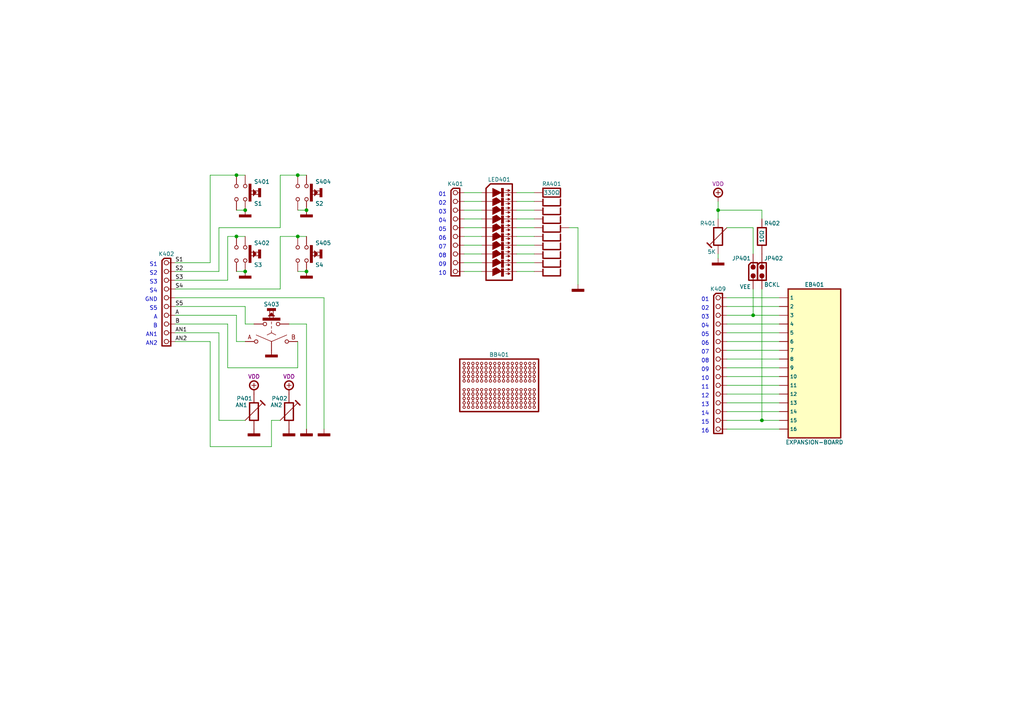
<source format=kicad_sch>
(kicad_sch (version 20230121) (generator eeschema)
  (paper "A4")
  (title_block (title "HID") (date "01/2022") (rev "A") (comment 1 "PIC16-Bit Trainer"))
  (lib_symbols
    (symbol "tronixio:BOURNS-4611X-330R" (pin_numbers hide) (pin_names (offset 0) hide)
      (property "Reference" "RA" (at 5.08 2.54 0))
      (property "Value" "330Ω" (at 5.08 0 0))
      (symbol "BOURNS-4611X-330R_1_1"
        (pin passive line (at 10.16 -10.16 180) (length 2.54) (name "~") (number "1"))
        (pin passive line (at 0 -20.32 0) (length 2.54) (name "~") (number "10"))
        (pin passive line (at 0 -22.86 0) (length 2.54) (name "~") (number "11"))
        (pin passive line (at 0 0 0) (length 2.54) (name "~") (number "2"))
        (pin passive line (at 0 -2.54 0) (length 2.54) (name "~") (number "3"))
        (pin passive line (at 0 -5.08 0) (length 2.54) (name "~") (number "4"))
        (pin passive line (at 0 -7.62 0) (length 2.54) (name "~") (number "5"))
        (pin passive line (at 0 -10.16 0) (length 2.54) (name "~") (number "6"))
        (pin passive line (at 0 -12.7 0) (length 2.54) (name "~") (number "7"))
        (pin passive line (at 0 -15.24 0) (length 2.54) (name "~") (number "8"))
        (pin passive line (at 0 -17.78 0) (length 2.54) (name "~") (number "9"))
      )
    )
    (symbol "tronixio:BOURNS-PEC12R-24-DENTS-SWITCH" (pin_numbers hide) (pin_names (offset 0) hide)
      (property "Reference" "S" (at 0 13.97 0))
      (property "Value" "BOURNS-PEC12R-24-DENTS-SWITCH" (at 0 11.43 0))
      (symbol "BOURNS-PEC12R-24-DENTS-SWITCH_0_0"
        (text "A" (at -6.35 1.27 0) (effects (font (size 1.15 1.15))))
        (text "B" (at 6.35 1.27 0) (effects (font (size 1.27 1.27))))
      )
      (symbol "BOURNS-PEC12R-24-DENTS-SWITCH_0_1"
        (pin passive line (at -7.62 0 0) (length 2.54) (name "A") (number "1"))
        (pin passive line (at 0 -2.54 90) (length 2.54) (name "C") (number "2"))
        (pin passive line (at 7.62 0 180) (length 2.54) (name "B") (number "3"))
      )
      (symbol "BOURNS-PEC12R-24-DENTS-SWITCH_1_1"
        (pin passive line (at -5.08 5.08 0) (length 2.54) (name "~") (number "4"))
        (pin passive line (at 5.08 5.08 180) (length 2.54) (name "~") (number "5"))
      )
    )
    (symbol "tronixio:BREADBOARD-170" (pin_numbers hide) (pin_names (offset 0) hide)
      (property "Reference" "BB" (at 0 8.89 0))
    )
    (symbol "tronixio:CK-KSA" (pin_numbers hide) (pin_names (offset 0) hide)
      (property "Reference" "S" (at 0 6.35 0))
      (property "Value" "SYMBOL-SW-PUSH-4" (at 0 -5.08 0))
      (symbol "CK-KSA_0_1"
        (pin passive line (at -5.08 0 0) (length 2.54) (name "1") (number "1"))
        (pin passive line (at -5.08 -2.54 0) (length 2.54) (name "2") (number "2"))
        (pin passive line (at 5.08 0 180) (length 2.54) (name "3") (number "3"))
        (pin passive line (at 5.08 -2.54 180) (length 2.54) (name "4") (number "4"))
      )
    )
    (symbol "tronixio:HARWIN-254-F-1X10-VERTICAL" (pin_numbers hide) (pin_names (offset 0) hide)
      (property "Reference" "K" (at 0 2.54 0))
      (property "Value" "SYMBOL-HEADER-F-1X10" (at 0 -25.4 0))
      (symbol "HARWIN-254-F-1X10-VERTICAL_1_1"
        (pin passive line (at -2.54 0 0) (length 1.905) (name "Pin_1") (number "1"))
        (pin passive line (at -2.54 -22.86 0) (length 1.905) (name "Pin_10") (number "10"))
        (pin passive line (at -2.54 -2.54 0) (length 1.905) (name "Pin_2") (number "2"))
        (pin passive line (at -2.54 -5.08 0) (length 1.905) (name "Pin_3") (number "3"))
        (pin passive line (at -2.54 -7.62 0) (length 1.905) (name "Pin_4") (number "4"))
        (pin passive line (at -2.54 -10.16 0) (length 1.905) (name "Pin_5") (number "5"))
        (pin passive line (at -2.54 -12.7 0) (length 1.905) (name "Pin_6") (number "6"))
        (pin passive line (at -2.54 -15.24 0) (length 1.905) (name "Pin_7") (number "7"))
        (pin passive line (at -2.54 -17.78 0) (length 1.905) (name "Pin_8") (number "8"))
        (pin passive line (at -2.54 -20.32 0) (length 1.905) (name "Pin_9") (number "9"))
      )
    )
    (symbol "tronixio:HARWIN-254-F-1X16-VERTICAL" (pin_numbers hide) (pin_names (offset 0) hide)
      (property "Reference" "K" (at 0 2.54 0))
      (property "Value" "SYMBOL-HEADER-F-1X16" (at 0 -40.64 0))
      (symbol "HARWIN-254-F-1X16-VERTICAL_1_1"
        (pin passive line (at -2.54 0 0) (length 1.905) (name "Pin_1") (number "1"))
        (pin passive line (at -2.54 -22.86 0) (length 1.905) (name "Pin_10") (number "10"))
        (pin passive line (at -2.54 -25.4 0) (length 1.905) (name "Pin_11") (number "11"))
        (pin passive line (at -2.54 -27.94 0) (length 1.905) (name "Pin_12") (number "12"))
        (pin passive line (at -2.54 -30.48 0) (length 1.905) (name "Pin_13") (number "13"))
        (pin passive line (at -2.54 -33.02 0) (length 1.905) (name "Pin_14") (number "14"))
        (pin passive line (at -2.54 -35.56 0) (length 1.905) (name "Pin_15") (number "15"))
        (pin passive line (at -2.54 -38.1 0) (length 1.905) (name "Pin_16") (number "16"))
        (pin passive line (at -2.54 -2.54 0) (length 1.905) (name "Pin_2") (number "2"))
        (pin passive line (at -2.54 -5.08 0) (length 1.905) (name "Pin_3") (number "3"))
        (pin passive line (at -2.54 -7.62 0) (length 1.905) (name "Pin_4") (number "4"))
        (pin passive line (at -2.54 -10.16 0) (length 1.905) (name "Pin_5") (number "5"))
        (pin passive line (at -2.54 -12.7 0) (length 1.905) (name "Pin_6") (number "6"))
        (pin passive line (at -2.54 -15.24 0) (length 1.905) (name "Pin_7") (number "7"))
        (pin passive line (at -2.54 -17.78 0) (length 1.905) (name "Pin_8") (number "8"))
        (pin passive line (at -2.54 -20.32 0) (length 1.905) (name "Pin_9") (number "9"))
      )
    )
    (symbol "tronixio:HARWIN-254-M-1X02-JUMPER-VERTICAL" (pin_numbers hide) (pin_names (offset 0) hide)
      (property "Reference" "JP" (at 2.54 1.27 0))
      (property "Value" "SYMBOL-HEADER-M-1X02" (at 2.54 -1.27 0))
      (symbol "HARWIN-254-M-1X02-JUMPER-VERTICAL_1_1"
        (pin passive line (at 0 5.08 270) (length 3.175) (name "~") (number "1"))
        (pin passive line (at 0 -5.08 90) (length 3.175) (name "~") (number "2"))
      )
    )
    (symbol "tronixio:KINGBRIGHT-DC10EWA" (pin_numbers hide) (pin_names (offset 0) hide)
      (property "Reference" "LED" (at 0 3.81 0))
      (property "Value" "DC10EWA" (at 0 -26.67 0))
      (symbol "KINGBRIGHT-DC10EWA_1_1"
        (pin passive line (at -5.08 0 0) (length 3.81) (name "A1") (number "1"))
        (pin passive line (at -5.08 -22.86 0) (length 3.81) (name "A10") (number "10"))
        (pin passive line (at 5.08 -22.86 180) (length 3.81) (name "C10") (number "11"))
        (pin passive line (at 5.08 -20.32 180) (length 3.81) (name "C9") (number "12"))
        (pin passive line (at 5.08 -17.78 180) (length 3.81) (name "C8") (number "13"))
        (pin passive line (at 5.08 -15.24 180) (length 3.81) (name "C7") (number "14"))
        (pin passive line (at 5.08 -12.7 180) (length 3.81) (name "C6") (number "15"))
        (pin passive line (at 5.08 -10.16 180) (length 3.81) (name "C5") (number "16"))
        (pin passive line (at 5.08 -7.62 180) (length 3.81) (name "C4") (number "17"))
        (pin passive line (at 5.08 -5.08 180) (length 3.81) (name "C3") (number "18"))
        (pin passive line (at 5.08 -2.54 180) (length 3.81) (name "C2") (number "19"))
        (pin passive line (at -5.08 -2.54 0) (length 3.81) (name "A2") (number "2"))
        (pin passive line (at 5.08 0 180) (length 3.81) (name "C1") (number "20"))
        (pin passive line (at -5.08 -5.08 0) (length 3.81) (name "A3") (number "3"))
        (pin passive line (at -5.08 -7.62 0) (length 3.81) (name "A4") (number "4"))
        (pin passive line (at -5.08 -10.16 0) (length 3.81) (name "A5") (number "5"))
        (pin passive line (at -5.08 -12.7 0) (length 3.81) (name "A6") (number "6"))
        (pin passive line (at -5.08 -15.24 0) (length 3.81) (name "A7") (number "7"))
        (pin passive line (at -5.08 -17.78 0) (length 3.81) (name "A8") (number "8"))
        (pin passive line (at -5.08 -20.32 0) (length 3.81) (name "A9") (number "9"))
      )
    )
    (symbol "tronixio:PIHER-PT10LV-5K" (pin_numbers hide) (pin_names (offset 0) hide)
      (property "Reference" "P" (at 2.54 2.54 0))
      (property "Value" "5k" (at 2.54 0 0))
      (symbol "PIHER-PT10LV-5K_1_1"
        (pin passive line (at 0 -5.08 90) (length 2.54) (name "~") (number "1"))
        (pin passive line (at 2.54 -2.54 180) (length 0) (name "~") (number "2"))
        (pin passive line (at 0 5.08 270) (length 2.54) (name "~") (number "3"))
      )
    )
    (symbol "tronixio:PIHER-PT10MV-10K" (pin_numbers hide) (pin_names (offset 0) hide)
      (property "Reference" "P" (at 2.54 2.54 0))
      (property "Value" "10k" (at 2.54 0 0))
      (symbol "PIHER-PT10MV-10K_1_1"
        (pin passive line (at 0 -5.08 90) (length 2.54) (name "~") (number "1"))
        (pin passive line (at 2.54 -2.54 180) (length 0) (name "~") (number "2"))
        (pin passive line (at 0 5.08 270) (length 2.54) (name "~") (number "3"))
      )
    )
    (symbol "tronixio:POWER-+VDD" (power) (pin_numbers hide) (pin_names (offset 0) hide)
      (property "Name" "VDD" (at 0 5.08 0))
      (symbol "POWER-+VDD_1_1"
        (pin power_in line (at 0 0 90) (length 1.27) (name "+VDD") (number "1"))
      )
    )
    (symbol "tronixio:POWER-GND" (power) (pin_numbers hide) (pin_names (offset 0) hide)
      (symbol "POWER-GND_1_1"
        (pin power_in line (at 0 0 270) (length 1.27) (name "GND") (number "1"))
      )
    )
    (symbol "tronixio:RESISTOR-1016TH-10R-5P" (pin_numbers hide) (pin_names (offset 0) hide)
      (property "Reference" "R" (at 0.635 3.81 0))
      (property "Value" "10Ω" (at 0 0 90))
      (symbol "RESISTOR-1016TH-10R-5P_1_1"
        (pin passive line (at 0 5.08 270) (length 2.54) (name "~") (number "1"))
        (pin passive line (at 0 -5.08 90) (length 2.54) (name "~") (number "2"))
      )
    )
    (symbol "tronixio:TRONIXIO-EXPANSION-BOARD" (pin_numbers hide) (pin_names (offset 0.5))
      (property "Reference" "EB" (at 10.16 3.81 0))
      (property "Value" "TRONIXIO-EXPANSION-BOARD" (at 10.16 -41.91 0))
      (symbol "TRONIXIO-EXPANSION-BOARD_1_1"
        (pin passive line (at 0 0 0) (length 2.54) (name "1") (number "1"))
        (pin passive line (at 0 -22.86 0) (length 2.54) (name "10") (number "10"))
        (pin passive line (at 0 -25.4 0) (length 2.54) (name "11") (number "11"))
        (pin passive line (at 0 -27.94 0) (length 2.54) (name "12") (number "12"))
        (pin passive line (at 0 -30.48 0) (length 2.54) (name "13") (number "13"))
        (pin passive line (at 0 -33.02 0) (length 2.54) (name "14") (number "14"))
        (pin passive line (at 0 -35.56 0) (length 2.54) (name "15") (number "15"))
        (pin passive line (at 0 -38.1 0) (length 2.54) (name "16") (number "16"))
        (pin passive line (at 0 -2.54 0) (length 2.54) (name "2") (number "2"))
        (pin passive line (at 0 -5.08 0) (length 2.54) (name "3") (number "3"))
        (pin passive line (at 0 -7.62 0) (length 2.54) (name "4") (number "4"))
        (pin passive line (at 0 -10.16 0) (length 2.54) (name "5") (number "5"))
        (pin passive line (at 0 -12.7 0) (length 2.54) (name "6") (number "6"))
        (pin passive line (at 0 -15.24 0) (length 2.54) (name "7") (number "7"))
        (pin passive line (at 0 -17.78 0) (length 2.54) (name "8") (number "8"))
        (pin passive line (at 0 -20.32 0) (length 2.54) (name "9") (number "9"))
      )
    )
  )
  (junction (at 88.9 78.74))
  (junction (at 220.98 121.92))
  (junction (at 218.44 91.44))
  (junction (at 71.12 60.96))
  (junction (at 88.9 60.96))
  (junction (at 208.28 60.96))
  (junction (at 68.58 68.58))
  (junction (at 86.36 68.58))
  (junction (at 71.12 78.74))
  (junction (at 68.58 50.8))
  (junction (at 86.36 50.8))
  (wire (pts (xy 134.62 60.96) (xy 139.7 60.96)))
  (wire (pts (xy 81.28 50.8) (xy 86.36 50.8)))
  (wire (pts (xy 210.82 86.36) (xy 226.06 86.36)))
  (wire (pts (xy 210.82 88.9) (xy 226.06 88.9)))
  (wire (pts (xy 210.82 124.46) (xy 226.06 124.46)))
  (wire (pts (xy 210.82 91.44) (xy 218.44 91.44)))
  (wire (pts (xy 81.28 83.82) (xy 81.28 68.58)))
  (wire (pts (xy 220.98 83.82) (xy 220.98 121.92)))
  (wire (pts (xy 134.62 71.12) (xy 139.7 71.12)))
  (wire (pts (xy 210.82 119.38) (xy 226.06 119.38)))
  (wire (pts (xy 149.86 76.2) (xy 154.94 76.2)))
  (wire (pts (xy 210.82 106.68) (xy 226.06 106.68)))
  (wire (pts (xy 167.64 66.04) (xy 165.1 66.04)))
  (wire (pts (xy 86.36 78.74) (xy 88.9 78.74)))
  (wire (pts (xy 86.36 106.68) (xy 86.36 99.06)))
  (wire (pts (xy 63.5 66.04) (xy 81.28 66.04)))
  (wire (pts (xy 93.98 86.36) (xy 93.98 124.46)))
  (wire (pts (xy 68.58 50.8) (xy 71.12 50.8)))
  (wire (pts (xy 210.82 109.22) (xy 226.06 109.22)))
  (wire (pts (xy 220.98 63.5) (xy 220.98 60.96)))
  (wire (pts (xy 134.62 68.58) (xy 139.7 68.58)))
  (wire (pts (xy 50.8 78.74) (xy 63.5 78.74)))
  (wire (pts (xy 50.8 83.82) (xy 81.28 83.82)))
  (wire (pts (xy 149.86 55.88) (xy 154.94 55.88)))
  (wire (pts (xy 50.8 88.9) (xy 71.12 88.9)))
  (wire (pts (xy 78.74 129.54) (xy 60.96 129.54)))
  (wire (pts (xy 60.96 50.8) (xy 68.58 50.8)))
  (wire (pts (xy 134.62 55.88) (xy 139.7 55.88)))
  (wire (pts (xy 210.82 116.84) (xy 226.06 116.84)))
  (wire (pts (xy 50.8 86.36) (xy 93.98 86.36)))
  (wire (pts (xy 81.28 68.58) (xy 86.36 68.58)))
  (wire (pts (xy 134.62 78.74) (xy 139.7 78.74)))
  (wire (pts (xy 68.58 91.44) (xy 68.58 99.06)))
  (wire (pts (xy 210.82 93.98) (xy 226.06 93.98)))
  (wire (pts (xy 134.62 66.04) (xy 139.7 66.04)))
  (wire (pts (xy 81.28 66.04) (xy 81.28 50.8)))
  (wire (pts (xy 218.44 66.04) (xy 218.44 73.66)))
  (wire (pts (xy 71.12 88.9) (xy 71.12 93.98)))
  (wire (pts (xy 134.62 76.2) (xy 139.7 76.2)))
  (wire (pts (xy 86.36 50.8) (xy 88.9 50.8)))
  (wire (pts (xy 50.8 76.2) (xy 60.96 76.2)))
  (wire (pts (xy 218.44 83.82) (xy 218.44 91.44)))
  (wire (pts (xy 210.82 101.6) (xy 226.06 101.6)))
  (wire (pts (xy 86.36 60.96) (xy 88.9 60.96)))
  (wire (pts (xy 60.96 76.2) (xy 60.96 50.8)))
  (wire (pts (xy 208.28 60.96) (xy 208.28 63.5)))
  (wire (pts (xy 208.28 73.66) (xy 208.28 74.93)))
  (wire (pts (xy 66.04 68.58) (xy 66.04 81.28)))
  (wire (pts (xy 149.86 73.66) (xy 154.94 73.66)))
  (wire (pts (xy 134.62 63.5) (xy 139.7 63.5)))
  (wire (pts (xy 210.82 111.76) (xy 226.06 111.76)))
  (wire (pts (xy 149.86 78.74) (xy 154.94 78.74)))
  (wire (pts (xy 210.82 66.04) (xy 218.44 66.04)))
  (wire (pts (xy 50.8 96.52) (xy 63.5 96.52)))
  (wire (pts (xy 50.8 93.98) (xy 66.04 93.98)))
  (wire (pts (xy 63.5 121.92) (xy 63.5 96.52)))
  (wire (pts (xy 50.8 91.44) (xy 68.58 91.44)))
  (wire (pts (xy 149.86 60.96) (xy 154.94 60.96)))
  (wire (pts (xy 208.28 60.96) (xy 220.98 60.96)))
  (wire (pts (xy 208.28 58.42) (xy 208.28 60.96)))
  (wire (pts (xy 83.82 93.98) (xy 88.9 93.98)))
  (wire (pts (xy 68.58 99.06) (xy 71.12 99.06)))
  (wire (pts (xy 88.9 93.98) (xy 88.9 124.46)))
  (wire (pts (xy 149.86 58.42) (xy 154.94 58.42)))
  (wire (pts (xy 68.58 68.58) (xy 71.12 68.58)))
  (wire (pts (xy 60.96 129.54) (xy 60.96 99.06)))
  (wire (pts (xy 50.8 81.28) (xy 66.04 81.28)))
  (wire (pts (xy 50.8 99.06) (xy 60.96 99.06)))
  (wire (pts (xy 86.36 68.58) (xy 88.9 68.58)))
  (wire (pts (xy 71.12 93.98) (xy 73.66 93.98)))
  (wire (pts (xy 134.62 58.42) (xy 139.7 58.42)))
  (wire (pts (xy 66.04 106.68) (xy 86.36 106.68)))
  (wire (pts (xy 210.82 104.14) (xy 226.06 104.14)))
  (wire (pts (xy 167.64 82.55) (xy 167.64 66.04)))
  (wire (pts (xy 63.5 78.74) (xy 63.5 66.04)))
  (wire (pts (xy 68.58 78.74) (xy 71.12 78.74)))
  (wire (pts (xy 68.58 60.96) (xy 71.12 60.96)))
  (wire (pts (xy 66.04 68.58) (xy 68.58 68.58)))
  (wire (pts (xy 149.86 63.5) (xy 154.94 63.5)))
  (wire (pts (xy 134.62 73.66) (xy 139.7 73.66)))
  (wire (pts (xy 149.86 66.04) (xy 154.94 66.04)))
  (wire (pts (xy 81.28 121.92) (xy 78.74 121.92)))
  (wire (pts (xy 210.82 114.3) (xy 226.06 114.3)))
  (wire (pts (xy 149.86 71.12) (xy 154.94 71.12)))
  (wire (pts (xy 210.82 99.06) (xy 226.06 99.06)))
  (wire (pts (xy 220.98 121.92) (xy 226.06 121.92)))
  (wire (pts (xy 71.12 121.92) (xy 63.5 121.92)))
  (wire (pts (xy 210.82 96.52) (xy 226.06 96.52)))
  (wire (pts (xy 66.04 93.98) (xy 66.04 106.68)))
  (wire (pts (xy 78.74 121.92) (xy 78.74 129.54)))
  (wire (pts (xy 218.44 91.44) (xy 226.06 91.44)))
  (wire (pts (xy 210.82 121.92) (xy 220.98 121.92)))
  (wire (pts (xy 149.86 68.58) (xy 154.94 68.58)))
  (text "04" (at 129.54 64.77 0) (effects (font (size 1.15 1.15)) (justify right bottom)))
  (text "05" (at 205.74 97.79 0) (effects (font (size 1.15 1.15)) (justify right bottom)))
  (text "S2" (at 45.72 80.01 0) (effects (font (size 1.15 1.15)) (justify right bottom)))
  (text "04" (at 205.74 95.25 0) (effects (font (size 1.15 1.15)) (justify right bottom)))
  (text "AN2" (at 45.72 100.33 0) (effects (font (size 1.15 1.15)) (justify right bottom)))
  (text "08" (at 205.74 105.41 0) (effects (font (size 1.15 1.15)) (justify right bottom)))
  (text "08" (at 129.54 74.93 0) (effects (font (size 1.15 1.15)) (justify right bottom)))
  (text "S3" (at 45.72 82.55 0) (effects (font (size 1.15 1.15)) (justify right bottom)))
  (text "S5" (at 45.72 90.17 0) (effects (font (size 1.15 1.15)) (justify right bottom)))
  (text "S1" (at 45.72 77.47 0) (effects (font (size 1.15 1.15)) (justify right bottom)))
  (text "S4" (at 45.72 85.09 0) (effects (font (size 1.15 1.15)) (justify right bottom)))
  (text "01" (at 205.74 87.63 0) (effects (font (size 1.15 1.15)) (justify right bottom)))
  (text "16" (at 205.74 125.73 0) (effects (font (size 1.15 1.15)) (justify right bottom)))
  (text "06" (at 205.74 100.33 0) (effects (font (size 1.15 1.15)) (justify right bottom)))
  (text "A" (at 45.72 92.71 0) (effects (font (size 1.15 1.15)) (justify right bottom)))
  (text "11" (at 205.74 113.03 0) (effects (font (size 1.15 1.15)) (justify right bottom)))
  (text "03" (at 205.74 92.71 0) (effects (font (size 1.15 1.15)) (justify right bottom)))
  (text "05" (at 129.54 67.31 0) (effects (font (size 1.15 1.15)) (justify right bottom)))
  (text "12" (at 205.74 115.57 0) (effects (font (size 1.15 1.15)) (justify right bottom)))
  (text "01" (at 129.54 57.15 0) (effects (font (size 1.15 1.15)) (justify right bottom)))
  (text "07" (at 205.74 102.87 0) (effects (font (size 1.15 1.15)) (justify right bottom)))
  (text "02" (at 129.54 59.69 0) (effects (font (size 1.15 1.15)) (justify right bottom)))
  (text "GND" (at 45.72 87.63 0) (effects (font (size 1.15 1.15)) (justify right bottom)))
  (text "14" (at 205.74 120.65 0) (effects (font (size 1.15 1.15)) (justify right bottom)))
  (text "03" (at 129.54 62.23 0) (effects (font (size 1.15 1.15)) (justify right bottom)))
  (text "02" (at 205.74 90.17 0) (effects (font (size 1.15 1.15)) (justify right bottom)))
  (text "09" (at 205.74 107.95 0) (effects (font (size 1.15 1.15)) (justify right bottom)))
  (text "10" (at 205.74 110.49 0) (effects (font (size 1.15 1.15)) (justify right bottom)))
  (text "AN1" (at 45.72 97.79 0) (effects (font (size 1.15 1.15)) (justify right bottom)))
  (text "13" (at 205.74 118.11 0) (effects (font (size 1.15 1.15)) (justify right bottom)))
  (text "15" (at 205.74 123.19 0) (effects (font (size 1.15 1.15)) (justify right bottom)))
  (text "07" (at 129.54 72.39 0) (effects (font (size 1.15 1.15)) (justify right bottom)))
  (text "10" (at 129.54 80.01 0) (effects (font (size 1.15 1.15)) (justify right bottom)))
  (text "B" (at 45.72 95.25 0) (effects (font (size 1.15 1.15)) (justify right bottom)))
  (text "06" (at 129.54 69.85 0) (effects (font (size 1.15 1.15)) (justify right bottom)))
  (text "09" (at 129.54 77.47 0) (effects (font (size 1.15 1.15)) (justify right bottom)))
  (label "AN1" (at 50.8 96.52 0) (effects (font (size 1.15 1.15))))
  (label "AN2" (at 50.8 99.06 0) (effects (font (size 1.15 1.15))))
  (label "S3" (at 50.8 81.28 0) (effects (font (size 1.15 1.15))))
  (label "A" (at 50.8 91.44 0) (effects (font (size 1.15 1.15))))
  (label "S2" (at 50.8 78.74 0) (effects (font (size 1.15 1.15))))
  (label "B" (at 50.8 93.98 0) (effects (font (size 1.15 1.15))))
  (label "S5" (at 50.8 88.9 0) (effects (font (size 1.15 1.15))))
  (label "S1" (at 50.8 76.2 0) (effects (font (size 1.15 1.15))))
  (label "S4" (at 50.8 83.82 0) (effects (font (size 1.15 1.15))))
  (symbol (lib_id "tronixio:POWER-GND") (at 71.12 60.96 0) (unit 1)
    (property "Reference" "#PWR0165" (effects hide))
    (property "Value" "POWER-GND" (effects hide))
  )
  (symbol (lib_id "tronixio:KINGBRIGHT-DC10EWA") (at 144.78 55.88 0) (unit 1)
    (property "Reference" "LED401" (at 144.78 52.07 0) (effects (font (size 1.15 1.15))))
    (property "Value" "KINGBRIGHT-DC10EWA" (effects hide))
    (property "Footprint" "tronixio:KINGBRIGHT-DC" (effects hide))
    (property "Datasheet" "http://www.kingbrightusa.com/images/catalog/SPEC/DC10EWA.pdf" (effects hide))
    (property "Mouser" "604-DC-10EWA" (effects hide))
  )
  (symbol (lib_id "tronixio:CK-KSA") (at 88.9 73.66 270) (unit 1)
    (property "Reference" "S405" (at 91.44 70.485 90) (effects (font (size 1.15 1.15)) (justify left)))
    (property "Value" "S4" (at 91.44 76.835 90) (effects (font (size 1.15 1.15)) (justify left)))
    (property "Footprint" "tronixio:CK-KSA-TH" (effects hide))
    (property "Datasheet" "http://www.ckswitches.com/products/switches/product-details/Tactile/KSA/" (effects hide))
    (property "Mouser" "611-KSA0M911LFT" (effects hide))
  )
  (symbol (lib_id "tronixio:CK-KSA") (at 71.12 55.88 270) (unit 1)
    (property "Reference" "S401" (at 73.66 52.705 90) (effects (font (size 1.15 1.15)) (justify left)))
    (property "Value" "S1" (at 73.66 59.055 90) (effects (font (size 1.15 1.15)) (justify left)))
    (property "Footprint" "tronixio:CK-KSA-TH" (effects hide))
    (property "Datasheet" "http://www.ckswitches.com/products/switches/product-details/Tactile/KSA/" (effects hide))
    (property "Mouser" "611-KSA0M911LFT" (effects hide))
  )
  (symbol (lib_id "tronixio:CK-KSA") (at 71.12 73.66 270) (unit 1)
    (property "Reference" "S402" (at 73.66 70.485 90) (effects (font (size 1.15 1.15)) (justify left)))
    (property "Value" "S3" (at 73.66 76.835 90) (effects (font (size 1.15 1.15)) (justify left)))
    (property "Footprint" "tronixio:CK-KSA-TH" (effects hide))
    (property "Datasheet" "http://www.ckswitches.com/products/switches/product-details/Tactile/KSA/" (effects hide))
    (property "Mouser" "611-KSA0M911LFT" (effects hide))
  )
  (symbol (lib_id "tronixio:PIHER-PT10LV-5K") (at 208.28 68.58 0) (mirror x) (unit 1)
    (property "Reference" "R401" (at 207.645 64.77 0) (effects (font (size 1.15 1.15)) (justify right)))
    (property "Value" "5K" (at 207.645 73.025 0) (effects (font (size 1.15 1.15)) (justify right)))
    (property "Footprint" "tronixio:PIHER-PT10MV" (effects hide))
    (property "Datasheet" "https://www.piher.net/pdf/12-PT10v03.pdf" (effects hide))
    (property "Mouser" "531-PT10LV-5K" (effects hide))
    (property "Tolerance" "20%" (effects hide))
  )
  (symbol (lib_id "tronixio:POWER-GND") (at 83.82 124.46 0) (unit 1)
    (property "Reference" "#PWR0170" (effects hide))
    (property "Value" "POWER-GND" (effects hide))
  )
  (symbol (lib_id "tronixio:POWER-GND") (at 71.12 78.74 0) (unit 1)
    (property "Reference" "#PWR0177" (effects hide))
    (property "Value" "POWER-GND" (effects hide))
  )
  (symbol (lib_id "tronixio:HARWIN-254-F-1X10-VERTICAL") (at 48.26 76.2 0) (mirror y) (unit 1)
    (property "Reference" "K402" (at 48.26 73.66 0) (effects (font (size 1.15 1.15))))
    (property "Value" "HARWIN-254-F-1X10-VERTICAL" (effects hide))
    (property "Footprint" "tronixio:HARWIN-M20-782104x" (effects hide))
    (property "Datasheet" "https://www.harwin.com/products/M20-7821406/" (effects hide))
    (property "Mouser" "855-M20-782104" (effects hide))
  )
  (symbol (lib_id "tronixio:POWER-GND") (at 88.9 78.74 0) (unit 1)
    (property "Reference" "#PWR0167" (effects hide))
    (property "Value" "POWER-GND" (effects hide))
  )
  (symbol (lib_id "tronixio:HARWIN-254-M-1X02-JUMPER-VERTICAL") (at 220.98 78.74 0) (mirror y) (unit 1)
    (property "Reference" "JP402" (at 221.615 74.93 0) (effects (font (size 1.15 1.15)) (justify right)))
    (property "Value" "BCKL" (at 221.615 82.55 0) (effects (font (size 1.15 1.15)) (justify right)))
    (property "Footprint" "tronixio:HARWIN-M20-999024x" (effects hide))
    (property "Datasheet" "https://www.harwin.com/products/M20-9990246/" (effects hide))
    (property "Mouser" "855-M20-999024" (effects hide))
  )
  (symbol (lib_id "tronixio:PIHER-PT10MV-10K") (at 83.82 119.38 0) (mirror y) (unit 1)
    (property "Reference" "P402" (at 78.74 115.57 0) (effects (font (size 1.15 1.15)) (justify right)))
    (property "Value" "AN2" (at 81.915 117.475 0) (effects (font (size 1.15 1.15)) (justify left)))
    (property "Footprint" "tronixio:PIHER-PT10MV" (effects hide))
    (property "Datasheet" "https://www.piher.net/pdf/12-PT10v03.pdf" (effects hide))
    (property "Mouser" "531-PT10MV-10K" (effects hide))
    (property "Tolerance" "20%" (effects hide))
  )
  (symbol (lib_id "tronixio:POWER-+VDD") (at 208.28 58.42 0) (unit 1)
    (property "Reference" "#PWR0176" (effects hide))
    (property "Value" "POWER-VDD" (effects hide))
    (property "Name" "VDD" (at 208.28 53.34 0) (effects (font (size 1.15 1.15))))
  )
  (symbol (lib_id "tronixio:BOURNS-PEC12R-24-DENTS-SWITCH") (at 78.74 99.06 0) (unit 1)
    (property "Reference" "S403" (at 78.74 88.265 0) (effects (font (size 1.15 1.15))))
    (property "Value" "BOURNS-PEC12R-24DENTS" (effects hide))
    (property "Footprint" "tronixio:BOURNS-PEC12R-SWITCH" (effects hide))
    (property "Datasheet" "http://www.bourns.com/products/encoders/contacting-encoders/product/PEC12R" (effects hide))
    (property "Mouser" "652-PEC12R-4215F-S24" (effects hide))
  )
  (symbol (lib_id "tronixio:BOURNS-4611X-330R") (at 154.94 55.88 0) (unit 1)
    (property "Reference" "RA401" (at 160.02 53.34 0) (effects (font (size 1.15 1.15))))
    (property "Value" "330Ω" (at 160.02 55.88 0) (effects (font (size 1.15 1.15))))
    (property "Footprint" "tronixio:BOURNS-4611X" (effects hide))
    (property "Datasheet" "https://www.bourns.com/docs/Product-Datasheets/4600x.pdf?sfvrsn=92b2512c_0" (effects hide))
    (property "Mouser" "652-4611X-1LF-330" (effects hide))
    (property "Tolerance" "2%" (effects hide))
  )
  (symbol (lib_id "tronixio:HARWIN-254-M-1X02-JUMPER-VERTICAL") (at 218.44 78.74 0) (mirror y) (unit 1)
    (property "Reference" "JP401" (at 217.805 74.93 0) (effects (font (size 1.15 1.15)) (justify left)))
    (property "Value" "VEE" (at 217.805 83.185 0) (effects (font (size 1.15 1.15)) (justify left)))
    (property "Footprint" "tronixio:HARWIN-M20-999024x" (effects hide))
    (property "Datasheet" "https://www.harwin.com/products/M20-9990246/" (effects hide))
    (property "Mouser" "855-M20-999024" (effects hide))
  )
  (symbol (lib_id "tronixio:POWER-+VDD") (at 73.66 114.3 0) (unit 1)
    (property "Reference" "#PWR0173" (effects hide))
    (property "Value" "POWER-VDD" (effects hide))
    (property "Name" "VDD" (at 73.66 109.22 0) (effects (font (size 1.15 1.15))))
  )
  (symbol (lib_id "tronixio:POWER-GND") (at 208.28 74.93 0) (unit 1)
    (property "Reference" "#PWR0178" (effects hide))
    (property "Value" "POWER-GND" (effects hide))
  )
  (symbol (lib_id "tronixio:CK-KSA") (at 88.9 55.88 270) (unit 1)
    (property "Reference" "S404" (at 91.44 52.705 90) (effects (font (size 1.15 1.15)) (justify left)))
    (property "Value" "S2" (at 91.44 59.055 90) (effects (font (size 1.15 1.15)) (justify left)))
    (property "Footprint" "tronixio:CK-KSA-TH" (effects hide))
    (property "Datasheet" "http://www.ckswitches.com/products/switches/product-details/Tactile/KSA/" (effects hide))
    (property "Mouser" "611-KSA0M911LFT" (effects hide))
  )
  (symbol (lib_id "tronixio:POWER-GND") (at 88.9 124.46 0) (unit 1)
    (property "Reference" "#PWR0169" (effects hide))
    (property "Value" "POWER-GND" (effects hide))
  )
  (symbol (lib_id "tronixio:POWER-GND") (at 88.9 60.96 0) (unit 1)
    (property "Reference" "#PWR0166" (effects hide))
    (property "Value" "POWER-GND" (effects hide))
  )
  (symbol (lib_id "tronixio:RESISTOR-1016TH-10R-5P") (at 220.98 68.58 0) (unit 1)
    (property "Reference" "R402" (at 221.615 64.77 0) (effects (font (size 1.15 1.15)) (justify left)))
    (property "Value" "10Ω" (at 220.98 68.58 90) (effects (font (size 1.15 1.15))))
    (property "Footprint" "tronixio:RESISTOR-TH-1016" (effects hide))
    (property "Datasheet" "https://www.vishay.com/docs/28722/sfr16s25.pdf" (effects hide))
    (property "Tolerance" "5%" (effects hide))
    (property "Mouser" "594-5043EM10R00J" (effects hide))
  )
  (symbol (lib_id "tronixio:TRONIXIO-EXPANSION-BOARD") (at 226.06 86.36 0) (unit 1)
    (property "Reference" "EB401" (at 236.22 82.55 0) (effects (font (size 1.15 1.15))))
    (property "Value" "EXPANSION-BOARD" (at 236.22 128.27 0) (effects (font (size 1.15 1.15))))
    (property "Footprint" "tronixio:TRONIXIO-EXPANSION-BOARD" (effects hide))
    (property "Mouser" "200-CES11601TS" (effects hide))
  )
  (symbol (lib_id "tronixio:BREADBOARD-170") (at 144.78 111.76 0) (unit 1)
    (property "Reference" "BB401" (at 144.78 102.87 0) (effects (font (size 1.15 1.15))))
    (property "Value" "BREADBOARD-170" (effects hide))
    (property "Footprint" "tronixio:BREADBOARD-170" (effects hide))
    (property "Datasheet" "http://www.busboard.com/BB170" (effects hide))
    (property "Mouser" "854-BB170" (effects hide))
  )
  (symbol (lib_id "tronixio:POWER-GND") (at 93.98 124.46 0) (unit 1)
    (property "Reference" "#PWR0171" (effects hide))
    (property "Value" "POWER-GND" (effects hide))
  )
  (symbol (lib_id "tronixio:HARWIN-254-F-1X10-VERTICAL") (at 132.08 55.88 0) (mirror y) (unit 1)
    (property "Reference" "K401" (at 132.08 53.34 0) (effects (font (size 1.15 1.15))))
    (property "Value" "HARWIN-254-F-1X10-VERTICAL" (effects hide))
    (property "Footprint" "tronixio:HARWIN-M20-782104x" (effects hide))
    (property "Datasheet" "https://www.harwin.com/products/M20-7821406/" (effects hide))
    (property "Mouser" "855-M20-782104" (effects hide))
  )
  (symbol (lib_id "tronixio:POWER-GND") (at 73.66 124.46 0) (unit 1)
    (property "Reference" "#PWR0172" (effects hide))
    (property "Value" "POWER-GND" (effects hide))
  )
  (symbol (lib_id "tronixio:POWER-+VDD") (at 83.82 114.3 0) (unit 1)
    (property "Reference" "#PWR0168" (effects hide))
    (property "Value" "POWER-VDD" (effects hide))
    (property "Name" "VDD" (at 83.82 109.22 0) (effects (font (size 1.15 1.15))))
  )
  (symbol (lib_id "tronixio:POWER-GND") (at 167.64 82.55 0) (unit 1)
    (property "Reference" "#PWR0175" (effects hide))
    (property "Value" "POWER-GND" (effects hide))
  )
  (symbol (lib_id "tronixio:PIHER-PT10MV-10K") (at 73.66 119.38 0) (mirror y) (unit 1)
    (property "Reference" "P401" (at 68.58 115.57 0) (effects (font (size 1.15 1.15)) (justify right)))
    (property "Value" "AN1" (at 71.755 117.475 0) (effects (font (size 1.15 1.15)) (justify left)))
    (property "Footprint" "tronixio:PIHER-PT10MV" (effects hide))
    (property "Datasheet" "https://www.piher.net/pdf/12-PT10v03.pdf" (effects hide))
    (property "Mouser" "531-PT10MV-10K" (effects hide))
    (property "Tolerance" "20%" (effects hide))
  )
  (symbol (lib_id "tronixio:HARWIN-254-F-1X16-VERTICAL") (at 208.28 86.36 0) (mirror y) (unit 1)
    (property "Reference" "K409" (at 208.28 83.82 0) (effects (font (size 1.15 1.15))))
    (property "Value" "HARWIN-254-F-1X16-VERTICAL" (effects hide))
    (property "Footprint" "tronixio:HARWIN-M20-782164x" (effects hide))
    (property "Datasheet" "https://www.harwin.com/products/M20-7821646/" (effects hide))
    (property "Mouser" "855-M20-782164" (effects hide))
  )
  (symbol (lib_id "tronixio:POWER-GND") (at 78.74 101.6 0) (unit 1)
    (property "Reference" "#PWR0174" (effects hide))
    (property "Value" "POWER-GND" (effects hide))
  )
)
</source>
